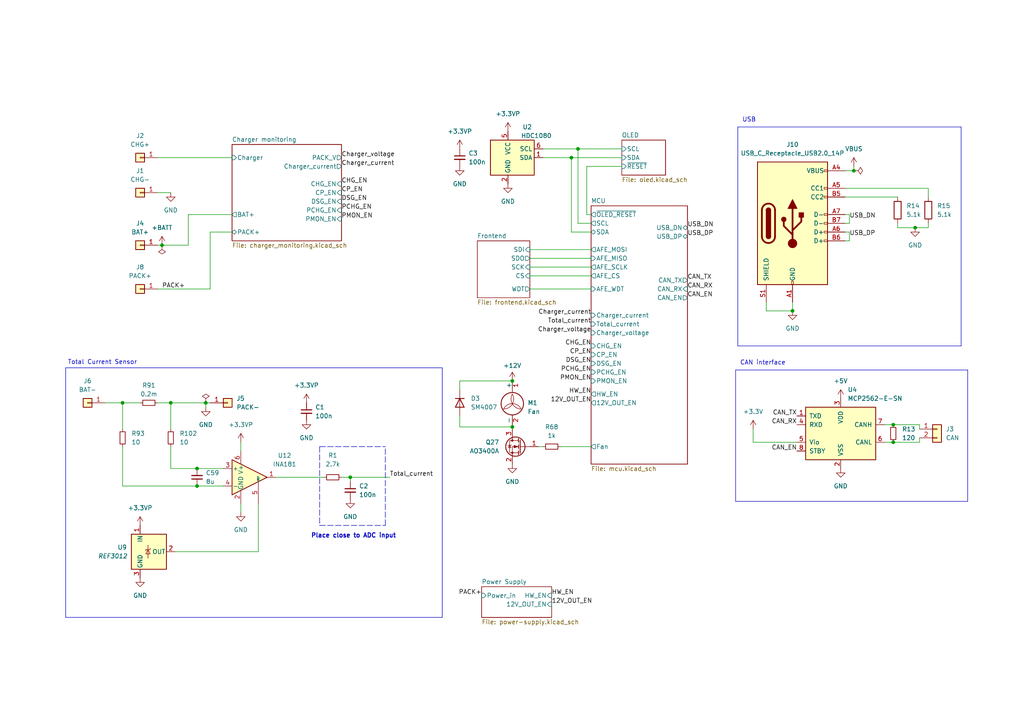
<source format=kicad_sch>
(kicad_sch (version 20231120) (generator "eeschema") (generator_version "8.0")
  (paper "A4")
  (title_block (title "GreenMobi BMS") (date "2024-02-13") (rev "ALPHA") (company "GreenMobi"))
  (lib_symbols
    (symbol "Amplifier_Current:INA181" (pin_names (offset 0.127))
      (property "Reference" "U" (at 3.81 3.81 0))
      (property "Value" "INA181" (at 3.81 -2.54 0))
      (symbol "INA181_0_1"
        (polyline (pts (xy 5.08 0) (xy -5.08 5.08) (xy -5.08 -5.08) (xy 5.08 0)) (stroke (width 0.254)) (fill (type background)))
      )
      (symbol "INA181_1_1"
        (pin output line (at 7.62 0 180) (length 2.54) (name "~") (number "1"))
        (pin power_in line (at -2.54 -7.62 90) (length 3.81) (name "GND") (number "2"))
        (pin input line (at -7.62 2.54 0) (length 2.54) (name "+") (number "3"))
        (pin input line (at -7.62 -2.54 0) (length 2.54) (name "-") (number "4"))
        (pin input line (at 2.54 -7.62 90) (length 6.35) (name "REF") (number "5"))
        (pin power_in line (at -2.54 7.62 270) (length 3.81) (name "V+") (number "6"))
      )
    )
    (symbol "Connector:USB_C_Receptacle_USB2.0_14P" (pin_names (offset 1.016))
      (property "Reference" "J" (at 0 22.225 0))
      (property "Value" "USB_C_Receptacle_USB2.0_14P" (at 0 19.685 0))
      (symbol "USB_C_Receptacle_USB2.0_14P_0_0"
        (rectangle (start -0.254 -17.78) (end 0.254 -16.764))
        (rectangle (start 10.16 -4.826) (end 9.144 -5.334))
        (rectangle (start 10.16 -2.286) (end 9.144 -2.794))
        (rectangle (start 10.16 0.254) (end 9.144 -0.254))
        (rectangle (start 10.16 2.794) (end 9.144 2.286))
        (rectangle (start 10.16 7.874) (end 9.144 7.366))
        (rectangle (start 10.16 10.414) (end 9.144 9.906))
        (rectangle (start 10.16 15.494) (end 9.144 14.986))
      )
      (symbol "USB_C_Receptacle_USB2.0_14P_0_1"
        (rectangle (start -10.16 17.78) (end 10.16 -17.78) (stroke (width 0.254)) (fill (type background)))
        (arc (start -8.89 -3.81) (mid -6.985 -5.7067) (end -5.08 -3.81) (stroke (width 0.508)))
        (arc (start -7.62 -3.81) (mid -6.985 -4.4423) (end -6.35 -3.81) (stroke (width 0.254)))
        (arc (start -7.62 -3.81) (mid -6.985 -4.4423) (end -6.35 -3.81) (stroke (width 0.254)) (fill (type outline)))
        (rectangle (start -7.62 -3.81) (end -6.35 3.81) (stroke (width 0.254)) (fill (type outline)))
        (arc (start -6.35 3.81) (mid -6.985 4.4423) (end -7.62 3.81) (stroke (width 0.254)))
        (arc (start -6.35 3.81) (mid -6.985 4.4423) (end -7.62 3.81) (stroke (width 0.254)) (fill (type outline)))
        (arc (start -5.08 3.81) (mid -6.985 5.7067) (end -8.89 3.81) (stroke (width 0.508)))
        (circle (center -2.54 1.143) (radius 0.635) (stroke (width 0.254)) (fill (type outline)))
        (circle (center 0 -5.842) (radius 1.27) (fill (type outline)))
        (polyline (pts (xy -8.89 -3.81) (xy -8.89 3.81)) (stroke (width 0.508)))
        (polyline (pts (xy -5.08 3.81) (xy -5.08 -3.81)) (stroke (width 0.508)))
        (polyline (pts (xy 0 -5.842) (xy 0 4.318)) (stroke (width 0.508)))
        (polyline (pts (xy 0 -3.302) (xy -2.54 -0.762) (xy -2.54 0.508)) (stroke (width 0.508)))
        (polyline (pts (xy 0 -2.032) (xy 2.54 0.508) (xy 2.54 1.778)) (stroke (width 0.508)))
        (polyline (pts (xy -1.27 4.318) (xy 0 6.858) (xy 1.27 4.318) (xy -1.27 4.318)) (stroke (width 0.254)) (fill (type outline)))
        (rectangle (start 1.905 1.778) (end 3.175 3.048) (stroke (width 0.254)) (fill (type outline)))
      )
      (symbol "USB_C_Receptacle_USB2.0_14P_1_1"
        (pin passive line (at 0 -22.86 90) (length 5.08) (name "GND") (number "A1"))
        (pin passive line (at 0 -22.86 90) (length 5.08) hide (name "GND") (number "A12"))
        (pin passive line (at 15.24 15.24 180) (length 5.08) (name "VBUS") (number "A4"))
        (pin bidirectional line (at 15.24 10.16 180) (length 5.08) (name "CC1") (number "A5"))
        (pin bidirectional line (at 15.24 -2.54 180) (length 5.08) (name "D+") (number "A6"))
        (pin bidirectional line (at 15.24 2.54 180) (length 5.08) (name "D-") (number "A7"))
        (pin passive line (at 15.24 15.24 180) (length 5.08) hide (name "VBUS") (number "A9"))
        (pin passive line (at 0 -22.86 90) (length 5.08) hide (name "GND") (number "B1"))
        (pin passive line (at 0 -22.86 90) (length 5.08) hide (name "GND") (number "B12"))
        (pin passive line (at 15.24 15.24 180) (length 5.08) hide (name "VBUS") (number "B4"))
        (pin bidirectional line (at 15.24 7.62 180) (length 5.08) (name "CC2") (number "B5"))
        (pin bidirectional line (at 15.24 -5.08 180) (length 5.08) (name "D+") (number "B6"))
        (pin bidirectional line (at 15.24 0 180) (length 5.08) (name "D-") (number "B7"))
        (pin passive line (at 15.24 15.24 180) (length 5.08) hide (name "VBUS") (number "B9"))
        (pin passive line (at -7.62 -22.86 90) (length 5.08) (name "SHIELD") (number "S1"))
      )
    )
    (symbol "Connector_Generic:Conn_01x01" (pin_names (offset 1.016) hide)
      (property "Reference" "J" (at 0 2.54 0))
      (property "Value" "Conn_01x01" (at 0 -2.54 0))
      (symbol "Conn_01x01_1_1"
        (rectangle (start -1.27 0.127) (end 0 -0.127) (stroke (width 0.1524)))
        (rectangle (start -1.27 1.27) (end 1.27 -1.27) (stroke (width 0.254)) (fill (type background)))
        (pin passive line (at -5.08 0 0) (length 3.81) (name "Pin_1") (number "1"))
      )
    )
    (symbol "Connector_Generic:Conn_01x02" (pin_names (offset 1.016) hide)
      (property "Reference" "J" (at 0 2.54 0))
      (property "Value" "Conn_01x02" (at 0 -5.08 0))
      (symbol "Conn_01x02_1_1"
        (rectangle (start -1.27 -2.413) (end 0 -2.667) (stroke (width 0.1524)))
        (rectangle (start -1.27 0.127) (end 0 -0.127) (stroke (width 0.1524)))
        (rectangle (start -1.27 1.27) (end 1.27 -3.81) (stroke (width 0.254)) (fill (type background)))
        (pin passive line (at -5.08 0 0) (length 3.81) (name "Pin_1") (number "1"))
        (pin passive line (at -5.08 -2.54 0) (length 3.81) (name "Pin_2") (number "2"))
      )
    )
    (symbol "Device:C_Small" (pin_numbers hide) (pin_names (offset 0.254) hide)
      (property "Reference" "C" (at 0.254 1.778 0))
      (property "Value" "C_Small" (at 0.254 -2.032 0))
      (symbol "C_Small_0_1"
        (polyline (pts (xy -1.524 -0.508) (xy 1.524 -0.508)) (stroke (width 0.3302)))
        (polyline (pts (xy -1.524 0.508) (xy 1.524 0.508)) (stroke (width 0.3048)))
      )
      (symbol "C_Small_1_1"
        (pin passive line (at 0 2.54 270) (length 2.032) (name "~") (number "1"))
        (pin passive line (at 0 -2.54 90) (length 2.032) (name "~") (number "2"))
      )
    )
    (symbol "Device:R" (pin_numbers hide) (pin_names (offset 0))
      (property "Reference" "R" (at 2.032 0 90))
      (property "Value" "R" (at 0 0 90))
      (symbol "R_0_1"
        (rectangle (start -1.016 -2.54) (end 1.016 2.54) (stroke (width 0.254)))
      )
      (symbol "R_1_1"
        (pin passive line (at 0 3.81 270) (length 1.27) (name "~") (number "1"))
        (pin passive line (at 0 -3.81 90) (length 1.27) (name "~") (number "2"))
      )
    )
    (symbol "Device:R_Small" (pin_numbers hide) (pin_names (offset 0.254) hide)
      (property "Reference" "R" (at 0.762 0.508 0))
      (property "Value" "R_Small" (at 0.762 -1.016 0))
      (symbol "R_Small_0_1"
        (rectangle (start -0.762 1.778) (end 0.762 -1.778) (stroke (width 0.2032)))
      )
      (symbol "R_Small_1_1"
        (pin passive line (at 0 2.54 270) (length 0.762) (name "~") (number "1"))
        (pin passive line (at 0 -2.54 90) (length 0.762) (name "~") (number "2"))
      )
    )
    (symbol "Diode:SM4007" (pin_numbers hide) (pin_names hide)
      (property "Reference" "D" (at 0 2.54 0))
      (property "Value" "SM4007" (at 0 -2.54 0))
      (symbol "SM4007_0_1"
        (polyline (pts (xy -1.27 1.27) (xy -1.27 -1.27)) (stroke (width 0.254)))
        (polyline (pts (xy 1.27 0) (xy -1.27 0)))
        (polyline (pts (xy 1.27 1.27) (xy 1.27 -1.27) (xy -1.27 0) (xy 1.27 1.27)) (stroke (width 0.254)))
      )
      (symbol "SM4007_1_1"
        (pin passive line (at -3.81 0 0) (length 2.54) (name "K") (number "1"))
        (pin passive line (at 3.81 0 180) (length 2.54) (name "A") (number "2"))
      )
    )
    (symbol "Interface_CAN_LIN:MCP2562-E-SN" (pin_names (offset 1.016))
      (property "Reference" "U" (at -10.16 8.89 0))
      (property "Value" "MCP2562-E-SN" (at 2.54 8.89 0))
      (symbol "MCP2562-E-SN_0_1"
        (rectangle (start -10.16 7.62) (end 10.16 -7.62) (stroke (width 0.254)) (fill (type background)))
      )
      (symbol "MCP2562-E-SN_1_1"
        (pin input line (at -12.7 5.08 0) (length 2.54) (name "TXD") (number "1"))
        (pin power_in line (at 0 -10.16 90) (length 2.54) (name "VSS") (number "2"))
        (pin power_in line (at 0 10.16 270) (length 2.54) (name "VDD") (number "3"))
        (pin output line (at -12.7 2.54 0) (length 2.54) (name "RXD") (number "4"))
        (pin power_in line (at -12.7 -2.54 0) (length 2.54) (name "Vio") (number "5"))
        (pin bidirectional line (at 12.7 -2.54 180) (length 2.54) (name "CANL") (number "6"))
        (pin bidirectional line (at 12.7 2.54 180) (length 2.54) (name "CANH") (number "7"))
        (pin input line (at -12.7 -5.08 0) (length 2.54) (name "STBY") (number "8"))
      )
    )
    (symbol "Motor:Fan" (pin_names (offset 0))
      (property "Reference" "M" (at 2.54 5.08 0))
      (property "Value" "Fan" (at 2.54 -2.54 0))
      (symbol "Fan_0_1"
        (arc (start -2.54 -0.508) (mid 0.0028 0.9121) (end 0 3.81))
        (polyline (pts (xy 0 -5.08) (xy 0 -4.572)))
        (polyline (pts (xy 0 -2.2352) (xy 0 -2.6416)))
        (polyline (pts (xy 0 4.2672) (xy 0 4.6228)))
        (polyline (pts (xy 0 4.572) (xy 0 5.08)))
        (circle (center 0 1.016) (radius 3.2512) (stroke (width 0.254)))
        (arc (start 0 3.81) (mid 0.053 0.921) (end 2.54 -0.508))
        (arc (start 2.54 -0.508) (mid 0 1.0618) (end -2.54 -0.508))
      )
      (symbol "Fan_1_1"
        (pin passive line (at 0 7.62 270) (length 2.54) (name "+") (number "1"))
        (pin passive line (at 0 -5.08 90) (length 2.54) (name "-") (number "2"))
      )
    )
    (symbol "Reference_Voltage:REF3012" (pin_names (offset 0.254))
      (property "Reference" "U" (at 0 6.35 0))
      (property "Value" "REF3012" (at 2.54 -6.35 0))
      (symbol "REF3012_0_1"
        (rectangle (start -5.08 5.08) (end 5.08 -5.08) (stroke (width 0.254)) (fill (type background)))
        (polyline (pts (xy -0.254 1.905) (xy -0.254 -1.905)))
        (polyline (pts (xy -0.889 -0.635) (xy 0.381 -0.635) (xy -0.254 0.635) (xy -0.889 -0.635)))
        (polyline (pts (xy 0.381 1.016) (xy 0.381 0.635) (xy -0.889 0.635) (xy -0.889 0.254)))
      )
      (symbol "REF3012_1_1"
        (pin power_in line (at -2.54 7.62 270) (length 2.54) (name "IN") (number "1"))
        (pin power_out line (at 7.62 0 180) (length 2.54) (name "OUT") (number "2"))
        (pin power_in line (at -2.54 -7.62 90) (length 2.54) (name "GND") (number "3"))
      )
    )
    (symbol "Sensor_Humidity:HDC1080"
      (property "Reference" "U" (at -6.35 6.35 0))
      (property "Value" "HDC1080" (at 3.81 6.35 0))
      (symbol "HDC1080_0_1"
        (rectangle (start -7.62 5.08) (end 5.08 -5.08) (stroke (width 0.254)) (fill (type background)))
      )
      (symbol "HDC1080_1_1"
        (pin bidirectional line (at 7.62 0 180) (length 2.54) (name "SDA") (number "1"))
        (pin power_in line (at -2.54 -7.62 90) (length 2.54) (name "GND") (number "2"))
        (pin no_connect line (at -7.62 0 0) (length 2.54) hide (name "NC") (number "3"))
        (pin no_connect line (at -7.62 -2.54 0) (length 2.54) hide (name "NC") (number "4"))
        (pin power_in line (at -2.54 7.62 270) (length 2.54) (name "VCC") (number "5"))
        (pin input line (at 7.62 2.54 180) (length 2.54) (name "SCL") (number "6"))
        (pin no_connect line (at -7.62 2.54 0) (length 2.54) hide (name "DAP") (number "7"))
      )
    )
    (symbol "Transistor_FET:AO3400A" (pin_names hide)
      (property "Reference" "Q" (at 5.08 1.905 0))
      (property "Value" "AO3400A" (at 5.08 0 0))
      (symbol "AO3400A_0_1"
        (polyline (pts (xy 0.254 0) (xy -2.54 0)))
        (polyline (pts (xy 0.254 1.905) (xy 0.254 -1.905)) (stroke (width 0.254)))
        (polyline (pts (xy 0.762 -1.27) (xy 0.762 -2.286)) (stroke (width 0.254)))
        (polyline (pts (xy 0.762 0.508) (xy 0.762 -0.508)) (stroke (width 0.254)))
        (polyline (pts (xy 0.762 2.286) (xy 0.762 1.27)) (stroke (width 0.254)))
        (polyline (pts (xy 2.54 2.54) (xy 2.54 1.778)))
        (polyline (pts (xy 2.54 -2.54) (xy 2.54 0) (xy 0.762 0)))
        (polyline (pts (xy 0.762 -1.778) (xy 3.302 -1.778) (xy 3.302 1.778) (xy 0.762 1.778)))
        (polyline (pts (xy 1.016 0) (xy 2.032 0.381) (xy 2.032 -0.381) (xy 1.016 0)) (fill (type outline)))
        (polyline (pts (xy 2.794 0.508) (xy 2.921 0.381) (xy 3.683 0.381) (xy 3.81 0.254)))
        (polyline (pts (xy 3.302 0.381) (xy 2.921 -0.254) (xy 3.683 -0.254) (xy 3.302 0.381)))
        (circle (center 1.651 0) (radius 2.794) (stroke (width 0.254)))
        (circle (center 2.54 -1.778) (radius 0.254) (fill (type outline)))
        (circle (center 2.54 1.778) (radius 0.254) (fill (type outline)))
      )
      (symbol "AO3400A_1_1"
        (pin input line (at -5.08 0 0) (length 2.54) (name "G") (number "1"))
        (pin passive line (at 2.54 -5.08 90) (length 2.54) (name "S") (number "2"))
        (pin passive line (at 2.54 5.08 270) (length 2.54) (name "D") (number "3"))
      )
    )
    (symbol "power:+12V" (power) (pin_names (offset 0))
      (property "Value" "+12V" (at 0 3.556 0))
      (symbol "+12V_0_1"
        (polyline (pts (xy -0.762 1.27) (xy 0 2.54)))
        (polyline (pts (xy 0 0) (xy 0 2.54)))
        (polyline (pts (xy 0 2.54) (xy 0.762 1.27)))
      )
      (symbol "+12V_1_1"
        (pin power_in line (at 0 0 90) (length 0) hide (name "+12V") (number "1"))
      )
    )
    (symbol "power:+3.3V" (power) (pin_names (offset 0))
      (property "Value" "+3.3V" (at 0 3.556 0))
      (symbol "+3.3V_0_1"
        (polyline (pts (xy -0.762 1.27) (xy 0 2.54)))
        (polyline (pts (xy 0 0) (xy 0 2.54)))
        (polyline (pts (xy 0 2.54) (xy 0.762 1.27)))
      )
      (symbol "+3.3V_1_1"
        (pin power_in line (at 0 0 90) (length 0) hide (name "+3.3V") (number "1"))
      )
    )
    (symbol "power:+3.3VP" (power) (pin_names (offset 0))
      (property "Value" "+3.3VP" (at 0 2.54 0))
      (symbol "+3.3VP_0_0"
        (pin power_in line (at 0 0 90) (length 0) hide (name "+3.3VP") (number "1"))
      )
      (symbol "+3.3VP_0_1"
        (polyline (pts (xy -0.762 1.27) (xy 0 2.54)))
        (polyline (pts (xy 0 0) (xy 0 2.54)))
        (polyline (pts (xy 0 2.54) (xy 0.762 1.27)))
      )
    )
    (symbol "power:+5V" (power) (pin_names (offset 0))
      (property "Value" "+5V" (at 0 3.556 0))
      (symbol "+5V_0_1"
        (polyline (pts (xy -0.762 1.27) (xy 0 2.54)))
        (polyline (pts (xy 0 0) (xy 0 2.54)))
        (polyline (pts (xy 0 2.54) (xy 0.762 1.27)))
      )
      (symbol "+5V_1_1"
        (pin power_in line (at 0 0 90) (length 0) hide (name "+5V") (number "1"))
      )
    )
    (symbol "power:+BATT" (power) (pin_names (offset 0))
      (property "Value" "+BATT" (at 0 3.556 0))
      (symbol "+BATT_0_1"
        (polyline (pts (xy -0.762 1.27) (xy 0 2.54)))
        (polyline (pts (xy 0 0) (xy 0 2.54)))
        (polyline (pts (xy 0 2.54) (xy 0.762 1.27)))
      )
      (symbol "+BATT_1_1"
        (pin power_in line (at 0 0 90) (length 0) hide (name "+BATT") (number "1"))
      )
    )
    (symbol "power:GND" (power) (pin_names (offset 0))
      (property "Value" "GND" (at 0 -3.81 0))
      (symbol "GND_0_1"
        (polyline (pts (xy 0 0) (xy 0 -1.27) (xy 1.27 -1.27) (xy 0 -2.54) (xy -1.27 -1.27) (xy 0 -1.27)))
      )
      (symbol "GND_1_1"
        (pin power_in line (at 0 0 270) (length 0) hide (name "GND") (number "1"))
      )
    )
    (symbol "power:PWR_FLAG" (power) (pin_numbers hide) (pin_names (offset 0) hide)
      (property "Value" "PWR_FLAG" (at 0 3.81 0))
      (symbol "PWR_FLAG_0_0"
        (pin power_out line (at 0 0 90) (length 0) (name "pwr") (number "1"))
      )
      (symbol "PWR_FLAG_0_1"
        (polyline (pts (xy 0 0) (xy 0 1.27) (xy -1.016 1.905) (xy 0 2.54) (xy 1.016 1.905) (xy 0 1.27)))
      )
    )
    (symbol "power:VBUS" (power) (pin_names (offset 0))
      (property "Value" "VBUS" (at 0 3.81 0))
      (symbol "VBUS_0_1"
        (polyline (pts (xy -0.762 1.27) (xy 0 2.54)))
        (polyline (pts (xy 0 0) (xy 0 2.54)))
        (polyline (pts (xy 0 2.54) (xy 0.762 1.27)))
      )
      (symbol "VBUS_1_1"
        (pin power_in line (at 0 0 90) (length 0) hide (name "VBUS") (number "1"))
      )
    )
  )
  (junction (at 265.43 66.04))
  (junction (at 57.15 140.97))
  (junction (at 101.6 138.43))
  (junction (at 49.53 116.84))
  (junction (at 59.69 116.84))
  (junction (at 229.87 90.17))
  (junction (at 148.59 110.49))
  (junction (at 148.59 123.825))
  (junction (at 46.99 71.12))
  (junction (at 35.56 116.84))
  (junction (at 57.15 135.89))
  (junction (at 165.735 45.72))
  (junction (at 259.08 123.19))
  (junction (at 247.65 49.53))
  (junction (at 167.64 43.18))
  (junction (at 259.08 128.27))
  (wire (pts (xy 35.56 116.84) (xy 35.56 124.46)))
  (wire (pts (xy 67.31 62.23) (xy 54.61 62.23)))
  (wire (pts (xy 162.56 129.54) (xy 171.45 129.54)))
  (wire (pts (xy 57.15 135.89) (xy 64.77 135.89)))
  (wire (pts (xy 259.08 128.27) (xy 266.7 128.27)))
  (polyline (pts (xy 19.05 106.68) (xy 19.05 179.07)))
  (wire (pts (xy 229.87 90.17) (xy 222.25 90.17)))
  (wire (pts (xy 133.35 110.49) (xy 148.59 110.49)))
  (wire (pts (xy 180.34 48.26) (xy 170.18 48.26)))
  (wire (pts (xy 165.735 45.72) (xy 165.735 67.31)))
  (wire (pts (xy 165.735 45.72) (xy 180.34 45.72)))
  (wire (pts (xy 101.6 138.43) (xy 101.6 139.7)))
  (wire (pts (xy 49.53 129.54) (xy 49.53 135.89)))
  (wire (pts (xy 247.65 49.53) (xy 245.11 49.53)))
  (wire (pts (xy 157.48 43.18) (xy 167.64 43.18)))
  (wire (pts (xy 50.8 160.02) (xy 74.93 160.02)))
  (wire (pts (xy 133.35 113.03) (xy 133.35 110.49)))
  (wire (pts (xy 157.48 45.72) (xy 165.735 45.72)))
  (wire (pts (xy 256.54 128.27) (xy 259.08 128.27)))
  (wire (pts (xy 266.7 128.27) (xy 266.7 127)))
  (wire (pts (xy 148.59 123.19) (xy 148.59 123.825)))
  (wire (pts (xy 59.69 118.11) (xy 59.69 116.84)))
  (wire (pts (xy 49.53 116.84) (xy 59.69 116.84)))
  (wire (pts (xy 45.72 116.84) (xy 49.53 116.84)))
  (wire (pts (xy 170.18 62.23) (xy 171.45 62.23)))
  (wire (pts (xy 153.67 72.39) (xy 171.45 72.39)))
  (wire (pts (xy 260.35 64.77) (xy 260.35 66.04)))
  (polyline (pts (xy 92.71 129.54) (xy 92.71 152.4)) (stroke (width 0) (type dash)))
  (wire (pts (xy 60.96 83.82) (xy 45.72 83.82)))
  (wire (pts (xy 46.99 71.12) (xy 45.72 71.12)))
  (wire (pts (xy 246.38 64.77) (xy 245.11 64.77)))
  (wire (pts (xy 246.38 67.31) (xy 245.11 67.31)))
  (wire (pts (xy 153.67 74.93) (xy 171.45 74.93)))
  (wire (pts (xy 245.11 62.23) (xy 246.38 62.23)))
  (wire (pts (xy 245.11 54.61) (xy 269.24 54.61)))
  (polyline (pts (xy 213.36 107.315) (xy 280.67 107.315)))
  (wire (pts (xy 246.38 67.31) (xy 246.38 69.85)))
  (polyline (pts (xy 92.71 129.54) (xy 111.76 129.54)) (stroke (width 0) (type dash)))
  (wire (pts (xy 99.06 138.43) (xy 101.6 138.43)))
  (wire (pts (xy 260.35 66.04) (xy 265.43 66.04)))
  (wire (pts (xy 231.14 128.27) (xy 218.44 128.27)))
  (polyline (pts (xy 128.27 106.68) (xy 19.05 106.68)))
  (polyline (pts (xy 213.36 107.315) (xy 213.36 145.415)))
  (wire (pts (xy 80.01 138.43) (xy 93.98 138.43)))
  (wire (pts (xy 69.85 128.27) (xy 69.85 130.81)))
  (wire (pts (xy 157.48 129.54) (xy 156.21 129.54)))
  (polyline (pts (xy 278.765 100.33) (xy 213.995 100.33)))
  (wire (pts (xy 35.56 116.84) (xy 40.64 116.84)))
  (polyline (pts (xy 92.71 152.4) (xy 111.76 152.4)) (stroke (width 0) (type dash)))
  (wire (pts (xy 165.735 67.31) (xy 171.45 67.31)))
  (polyline (pts (xy 280.67 145.415) (xy 280.67 107.315)))
  (polyline (pts (xy 213.36 145.415) (xy 280.67 145.415)))
  (wire (pts (xy 67.31 67.31) (xy 60.96 67.31)))
  (wire (pts (xy 46.99 71.12) (xy 54.61 71.12)))
  (wire (pts (xy 74.93 160.02) (xy 74.93 146.05)))
  (wire (pts (xy 35.56 129.54) (xy 35.56 140.97)))
  (wire (pts (xy 229.87 87.63) (xy 229.87 90.17)))
  (wire (pts (xy 259.08 123.19) (xy 266.7 123.19)))
  (wire (pts (xy 269.24 66.04) (xy 265.43 66.04)))
  (wire (pts (xy 266.7 123.19) (xy 266.7 124.46)))
  (polyline (pts (xy 128.27 179.07) (xy 128.27 106.68)))
  (wire (pts (xy 153.67 83.82) (xy 171.45 83.82)))
  (wire (pts (xy 269.24 64.77) (xy 269.24 66.04)))
  (wire (pts (xy 256.54 123.19) (xy 259.08 123.19)))
  (wire (pts (xy 45.72 55.88) (xy 49.53 55.88)))
  (wire (pts (xy 246.38 69.85) (xy 245.11 69.85)))
  (wire (pts (xy 167.64 43.18) (xy 180.34 43.18)))
  (wire (pts (xy 246.38 62.23) (xy 246.38 64.77)))
  (polyline (pts (xy 213.995 36.83) (xy 278.765 36.83)))
  (wire (pts (xy 153.67 80.01) (xy 171.45 80.01)))
  (wire (pts (xy 133.35 123.825) (xy 133.35 120.65)))
  (wire (pts (xy 218.44 128.27) (xy 218.44 124.46)))
  (wire (pts (xy 101.6 138.43) (xy 113.03 138.43)))
  (wire (pts (xy 153.67 77.47) (xy 171.45 77.47)))
  (wire (pts (xy 222.25 90.17) (xy 222.25 87.63)))
  (wire (pts (xy 148.59 123.825) (xy 148.59 124.46)))
  (wire (pts (xy 59.69 116.84) (xy 60.96 116.84)))
  (polyline (pts (xy 111.76 152.4) (xy 111.76 129.54)) (stroke (width 0) (type dash)))
  (polyline (pts (xy 278.765 36.83) (xy 278.765 100.33)))
  (polyline (pts (xy 213.995 100.33) (xy 213.995 36.83)))
  (wire (pts (xy 49.53 116.84) (xy 49.53 124.46)))
  (wire (pts (xy 69.85 146.05) (xy 69.85 148.59)))
  (wire (pts (xy 57.15 140.97) (xy 64.77 140.97)))
  (wire (pts (xy 60.96 67.31) (xy 60.96 83.82)))
  (wire (pts (xy 170.18 48.26) (xy 170.18 62.23)))
  (wire (pts (xy 49.53 135.89) (xy 57.15 135.89)))
  (polyline (pts (xy 19.05 179.07) (xy 128.27 179.07)))
  (wire (pts (xy 54.61 62.23) (xy 54.61 71.12)))
  (wire (pts (xy 245.11 57.15) (xy 260.35 57.15)))
  (wire (pts (xy 45.72 45.72) (xy 67.31 45.72)))
  (wire (pts (xy 148.59 123.825) (xy 133.35 123.825)))
  (wire (pts (xy 167.64 64.77) (xy 171.45 64.77)))
  (wire (pts (xy 35.56 140.97) (xy 57.15 140.97)))
  (wire (pts (xy 247.65 48.26) (xy 247.65 49.53)))
  (wire (pts (xy 30.48 116.84) (xy 35.56 116.84)))
  (wire (pts (xy 167.64 64.77) (xy 167.64 43.18)))
  (wire (pts (xy 269.24 57.15) (xy 269.24 54.61)))
  (text "USB" (at 215.265 35.56 0) (effects (font (size 1.27 1.27)) (justify left bottom)))
  (text "Place close to ADC input" (at 90.17 156.21 0) (effects (font (size 1.27 1.27) (bold yes)) (justify left bottom)))
  (text "Total Current Sensor" (at 29.718 105.156 0) (effects (font (size 1.27 1.27))))
  (text "CAN interface" (at 214.63 106.045 0) (effects (font (size 1.27 1.27)) (justify left bottom)))
  (label "CHG_EN" (at 171.45 100.33 180))
  (label "CHG_EN" (at 99.06 53.34 0))
  (label "HW_EN" (at 160.02 172.72 0))
  (label "USB_DP" (at 246.38 68.58 0))
  (label "Charger_voltage" (at 171.45 96.52 180))
  (label "PACK+" (at 139.7 172.72 180))
  (label "Charger_current" (at 99.06 48.26 0))
  (label "CP_EN" (at 171.45 102.87 180))
  (label "USB_DP" (at 199.39 68.58 0))
  (label "CAN_TX" (at 199.39 81.28 0))
  (label "USB_DN" (at 199.39 66.04 0))
  (label "CAN_TX" (at 231.14 120.65 180))
  (label "CAN_EN" (at 199.39 86.36 0))
  (label "PCHG_EN" (at 171.45 107.95 180))
  (label "CAN_EN" (at 231.14 130.81 180))
  (label "HW_EN" (at 171.45 114.3 180))
  (label "Charger_voltage" (at 99.06 45.72 0))
  (label "CP_EN" (at 99.06 55.88 0))
  (label "DSG_EN" (at 99.06 58.42 0))
  (label "PMON_EN" (at 171.45 110.49 180))
  (label "Total_current" (at 171.45 93.98 180))
  (label "Charger_current" (at 171.45 91.44 180))
  (label "12V_OUT_EN" (at 160.02 175.26 0))
  (label "USB_DN" (at 246.38 63.5 0))
  (label "DSG_EN" (at 171.45 105.41 180))
  (label "PCHG_EN" (at 99.06 60.96 0))
  (label "Total_current" (at 113.03 138.43 0))
  (label "PMON_EN" (at 99.06 63.5 0))
  (label "12V_OUT_EN" (at 171.45 116.84 180))
  (label "CAN_RX" (at 231.14 123.19 180))
  (label "PACK+" (at 46.99 83.82 0))
  (label "CAN_RX" (at 199.39 83.82 0))
  (symbol (lib_id "power:+3.3VP") (at 40.64 152.4 0) (unit 1)
    (property "Reference" "#PWR094" (effects (hide yes)))
    (property "Value" "+3.3VP" (at 40.64 147.32 0))
  )
  (symbol (lib_id "Sensor_Humidity:HDC1080") (at 149.86 45.72 0) (unit 1)
    (property "Reference" "U2" (at 154.305 36.83 0) (effects (justify right)))
    (property "Value" "HDC1080" (at 160.02 39.37 0) (effects (justify right)))
    (property "Footprint" "Package_SON:Texas_PWSON-N6" (effects (hide yes)))
    (property "Datasheet" "http://www.ti.com/lit/ds/symlink/hdc1080.pdf" (effects (hide yes)))
  )
  (symbol (lib_id "Connector_Generic:Conn_01x01") (at 40.64 45.72 180) (unit 1)
    (property "Reference" "J2" (at 40.64 39.37 0))
    (property "Value" "CHG+" (at 40.64 41.91 0))
    (property "Footprint" "TestPoint:TestPoint_Pad_4.0x4.0mm" (effects (hide yes)))
  )
  (symbol (lib_id "power:GND") (at 265.43 66.04 0) (unit 1)
    (property "Reference" "#PWR042" (effects (hide yes)))
    (property "Value" "GND" (at 265.43 71.12 0))
  )
  (symbol (lib_id "Reference_Voltage:REF3012") (at 43.18 160.02 0) (unit 1)
    (property "Reference" "U9" (at 36.83 158.7499 0) (effects (justify right)))
    (property "Value" "REF3012" (at 36.83 161.2899 0) (effects (font (italic yes)) (justify right)))
    (property "Footprint" "Package_TO_SOT_SMD:SOT-23" (effects (hide yes)))
    (property "Datasheet" "http://www.ti.com/lit/ds/symlink/ref3033.pdf" (effects (hide yes)))
    (property "Description" "1.25V 50-ppm/°C Max, 50-μA, CMOS Voltage Reference, SOT-23-3" (effects (hide yes)))
    (property "LCSC" "C34674" (effects (hide yes)))
  )
  (symbol (lib_id "Device:R_Small") (at 96.52 138.43 90) (unit 1)
    (property "Reference" "R1" (at 96.52 132.08 90))
    (property "Value" "2.7k" (at 96.52 134.62 90))
    (property "Footprint" "Resistor_SMD:R_0402_1005Metric" (effects (hide yes)))
  )
  (symbol (lib_id "power:+3.3VP") (at 147.32 38.1 0) (unit 1)
    (property "Reference" "#PWR013" (effects (hide yes)))
    (property "Value" "+3.3VP" (at 147.32 33.02 0))
  )
  (symbol (lib_id "Motor:Fan") (at 148.59 118.11 0) (unit 1)
    (property "Reference" "M1" (at 153.035 116.84 0) (effects (justify left)))
    (property "Value" "Fan" (at 153.035 119.38 0) (effects (justify left)))
    (property "Footprint" "Connector_JST:JST_PH_B2B-PH-SM4-TB_1x02-1MP_P2.00mm_Vertical" (effects (hide yes)))
  )
  (symbol (lib_id "power:PWR_FLAG") (at 247.65 49.53 270) (unit 1)
    (property "Reference" "#FLG03" (effects (hide yes)))
    (property "Value" "PWR_FLAG" (effects (hide yes)))
  )
  (symbol (lib_id "power:PWR_FLAG") (at 59.69 116.84 0) (unit 1)
    (property "Reference" "#FLG02" (effects (hide yes)))
    (property "Value" "PWR_FLAG" (effects (hide yes)))
  )
  (symbol (lib_id "Connector:USB_C_Receptacle_USB2.0_14P") (at 229.87 64.77 0) (unit 1)
    (property "Reference" "J10" (at 229.87 41.91 0))
    (property "Value" "USB_C_Receptacle_USB2.0_14P" (at 229.87 44.45 0))
    (property "Footprint" "Connector_USB:USB_C_Receptacle_Palconn_UTC16-G" (effects (hide yes)))
    (property "Datasheet" "https://www.usb.org/sites/default/files/documents/usb_type-c.zip" (effects (hide yes)))
  )
  (symbol (lib_id "Device:R") (at 260.35 60.96 0) (unit 1)
    (property "Reference" "R14" (at 262.89 59.6899 0) (effects (justify left)))
    (property "Value" "5.1k" (at 262.89 62.2299 0) (effects (justify left)))
    (property "Footprint" "Resistor_SMD:R_0603_1608Metric" (effects (hide yes)))
  )
  (symbol (lib_id "power:GND") (at 40.64 167.64 0) (unit 1)
    (property "Reference" "#PWR070" (effects (hide yes)))
    (property "Value" "GND" (at 40.64 172.72 0))
  )
  (symbol (lib_id "Connector_Generic:Conn_01x02") (at 271.78 124.46 0) (unit 1)
    (property "Reference" "J3" (at 274.32 124.4599 0) (effects (justify left)))
    (property "Value" "CAN" (at 274.32 126.9999 0) (effects (justify left)))
    (property "Footprint" "Connector_Phoenix_MC:PhoenixContact_MCV_1,5_2-G-3.5_1x02_P3.50mm_Vertical" (effects (hide yes)))
    (property "Description" "Generic connector, single row, 01x02, script generated (kicad-library-utils/schlib/autogen/connector/)" (effects (hide yes)))
  )
  (symbol (lib_id "Connector_Generic:Conn_01x01") (at 40.64 55.88 180) (unit 1)
    (property "Reference" "J1" (at 40.64 49.53 0))
    (property "Value" "CHG-" (at 40.64 52.07 0))
    (property "Footprint" "TestPoint:TestPoint_Pad_4.0x4.0mm" (effects (hide yes)))
  )
  (symbol (lib_id "power:+3.3VP") (at 69.85 128.27 0) (unit 1)
    (property "Reference" "#PWR07" (effects (hide yes)))
    (property "Value" "+3.3VP" (at 69.85 123.19 0))
  )
  (symbol (lib_id "power:GND") (at 133.35 48.26 0) (mirror y) (unit 1)
    (property "Reference" "#PWR011" (effects (hide yes)))
    (property "Value" "GND" (at 133.35 53.34 0))
  )
  (symbol (lib_id "Device:C_Small") (at 88.9 119.38 0) (unit 1)
    (property "Reference" "C1" (at 91.44 118.1162 0) (effects (justify left)))
    (property "Value" "100n" (at 91.44 120.6562 0) (effects (justify left)))
    (property "Footprint" "Capacitor_SMD:C_0402_1005Metric" (effects (hide yes)))
  )
  (symbol (lib_id "power:GND") (at 49.53 55.88 0) (unit 1)
    (property "Reference" "#PWR02" (effects (hide yes)))
    (property "Value" "GND" (at 49.53 60.96 0))
  )
  (symbol (lib_id "Device:R_Small") (at 259.08 125.73 0) (unit 1)
    (property "Reference" "R13" (at 261.62 124.4599 0) (effects (justify left)))
    (property "Value" "120" (at 261.62 126.9999 0) (effects (justify left)))
    (property "Footprint" "Resistor_SMD:R_0603_1608Metric" (effects (hide yes)))
  )
  (symbol (lib_id "power:+3.3VP") (at 88.9 116.84 0) (unit 1)
    (property "Reference" "#PWR05" (effects (hide yes)))
    (property "Value" "+3.3VP" (at 88.9 111.76 0))
  )
  (symbol (lib_id "power:GND") (at 147.32 53.34 0) (mirror y) (unit 1)
    (property "Reference" "#PWR014" (effects (hide yes)))
    (property "Value" "GND" (at 147.32 58.42 0))
  )
  (symbol (lib_id "Device:R_Small") (at 49.53 127 0) (unit 1)
    (property "Reference" "R102" (at 52.07 125.7299 0) (effects (justify left)))
    (property "Value" "10" (at 52.07 128.2699 0) (effects (justify left)))
    (property "Description" "Resistor, small symbol" (effects (hide yes)))
  )
  (symbol (lib_id "Device:R_Small") (at 43.18 116.84 90) (unit 1)
    (property "Reference" "R91" (at 43.18 111.76 90))
    (property "Value" "0.2m" (at 43.18 114.3 90))
    (property "Description" "Resistor, small symbol" (effects (hide yes)))
    (property "LCSC" "C558625" (effects (hide yes)))
  )
  (symbol (lib_id "power:+BATT") (at 46.99 71.12 0) (unit 1)
    (property "Reference" "#PWR01" (effects (hide yes)))
    (property "Value" "+BATT" (at 46.99 66.04 0))
  )
  (symbol (lib_id "power:+12V") (at 148.59 110.49 0) (unit 1)
    (property "Reference" "#PWR091" (effects (hide yes)))
    (property "Value" "+12V" (at 148.59 106.045 0))
  )
  (symbol (lib_id "Device:R_Small") (at 35.56 127 0) (unit 1)
    (property "Reference" "R93" (at 38.1 125.7299 0) (effects (justify left)))
    (property "Value" "10" (at 38.1 128.2699 0) (effects (justify left)))
    (property "Description" "Resistor, small symbol" (effects (hide yes)))
  )
  (symbol (lib_id "Device:R_Small") (at 160.02 129.54 90) (unit 1)
    (property "Reference" "R68" (at 160.02 123.825 90))
    (property "Value" "1k" (at 160.02 126.365 90))
  )
  (symbol (lib_id "power:GND") (at 69.85 148.59 0) (unit 1)
    (property "Reference" "#PWR08" (effects (hide yes)))
    (property "Value" "GND" (at 69.85 153.67 0))
  )
  (symbol (lib_id "power:+5V") (at 243.84 115.57 0) (unit 1)
    (property "Reference" "#PWR039" (effects (hide yes)))
    (property "Value" "+5V" (at 243.84 110.49 0))
  )
  (symbol (lib_id "Amplifier_Current:INA181") (at 72.39 138.43 0) (unit 1)
    (property "Reference" "U12" (at 82.55 132.1114 0))
    (property "Value" "INA181" (at 82.55 134.6514 0))
    (property "Footprint" "Package_TO_SOT_SMD:SOT-23-6" (effects (hide yes)))
    (property "Datasheet" "http://www.ti.com/lit/ds/symlink/ina181.pdf" (effects (hide yes)))
    (property "Description" "Bidirectional, Low- and High-Side Voltage Output, Current-Sense Amplifier, SOT-23-6" (effects (hide yes)))
    (property "LCSC" "C2058784" (effects (hide yes)))
  )
  (symbol (lib_id "Diode:SM4007") (at 133.35 116.84 270) (unit 1)
    (property "Reference" "D3" (at 136.525 115.57 90) (effects (justify left)))
    (property "Value" "SM4007" (at 136.525 118.11 90) (effects (justify left)))
    (property "Footprint" "Diode_SMD:D_MELF" (effects (hide yes)))
    (property "Datasheet" "http://cdn-reichelt.de/documents/datenblatt/A400/SMD1N400%23DIO.pdf" (effects (hide yes)))
    (property "Sim.Device" "D" (effects (hide yes)))
    (property "Sim.Pins" "1=K 2=A" (effects (hide yes)))
  )
  (symbol (lib_id "Connector_Generic:Conn_01x01") (at 40.64 83.82 180) (unit 1)
    (property "Reference" "J8" (at 40.64 77.47 0))
    (property "Value" "PACK+" (at 40.64 80.01 0))
    (property "Footprint" "TestPoint:TestPoint_Pad_4.0x4.0mm" (effects (hide yes)))
  )
  (symbol (lib_id "Device:C_Small") (at 57.15 138.43 180) (unit 1)
    (property "Reference" "C59" (at 59.69 137.1535 0) (effects (justify right)))
    (property "Value" "8u" (at 59.69 139.6935 0) (effects (justify right)))
    (property "Description" "Unpolarized capacitor, small symbol" (effects (hide yes)))
  )
  (symbol (lib_id "power:GND") (at 148.59 134.62 0) (unit 1)
    (property "Reference" "#PWR090" (effects (hide yes)))
    (property "Value" "GND" (at 148.59 139.7 0))
  )
  (symbol (lib_id "power:GND") (at 59.69 118.11 0) (unit 1)
    (property "Reference" "#PWR04" (effects (hide yes)))
    (property "Value" "GND" (at 59.69 123.19 0))
  )
  (symbol (lib_id "power:+3.3VP") (at 133.35 43.18 0) (unit 1)
    (property "Reference" "#PWR010" (effects (hide yes)))
    (property "Value" "+3.3VP" (at 133.35 38.1 0))
  )
  (symbol (lib_id "Device:R") (at 269.24 60.96 0) (unit 1)
    (property "Reference" "R15" (at 271.78 59.6899 0) (effects (justify left)))
    (property "Value" "5.1k" (at 271.78 62.2299 0) (effects (justify left)))
    (property "Footprint" "Resistor_SMD:R_0603_1608Metric" (effects (hide yes)))
  )
  (symbol (lib_id "Device:C_Small") (at 133.35 45.72 0) (unit 1)
    (property "Reference" "C3" (at 135.89 44.4563 0) (effects (justify left)))
    (property "Value" "100n" (at 135.89 46.9963 0) (effects (justify left)))
    (property "Footprint" "Capacitor_SMD:C_0402_1005Metric" (effects (hide yes)))
  )
  (symbol (lib_id "Interface_CAN_LIN:MCP2562-E-SN") (at 243.84 125.73 0) (unit 1)
    (property "Reference" "U4" (at 245.8594 113.03 0) (effects (justify left)))
    (property "Value" "MCP2562-E-SN" (at 245.8594 115.57 0) (effects (justify left)))
    (property "Footprint" "Package_SO:SOIC-8_3.9x4.9mm_P1.27mm" (effects (hide yes)))
    (property "Datasheet" "http://ww1.microchip.com/downloads/en/DeviceDoc/25167A.pdf" (effects (hide yes)))
  )
  (symbol (lib_id "power:+3.3V") (at 218.44 124.46 0) (unit 1)
    (property "Reference" "#PWR037" (effects (hide yes)))
    (property "Value" "+3.3V" (at 218.44 119.38 0))
  )
  (symbol (lib_id "Transistor_FET:AO3400A") (at 151.13 129.54 0) (mirror y) (unit 1)
    (property "Reference" "Q27" (at 144.78 128.2699 0) (effects (justify left)))
    (property "Value" "AO3400A" (at 144.78 130.8099 0) (effects (justify left)))
    (property "Footprint" "Package_TO_SOT_SMD:SOT-23" (effects (hide yes)))
    (property "Datasheet" "http://www.aosmd.com/pdfs/datasheet/AO3400A.pdf" (effects (hide yes)))
    (property "Description" "30V Vds, 5.7A Id, N-Channel MOSFET, SOT-23" (effects (hide yes)))
  )
  (symbol (lib_id "Connector_Generic:Conn_01x01") (at 40.64 71.12 180) (unit 1)
    (property "Reference" "J4" (at 40.64 64.77 0))
    (property "Value" "BAT+" (at 40.64 67.31 0))
    (property "Footprint" "TestPoint:TestPoint_Pad_4.0x4.0mm" (effects (hide yes)))
  )
  (symbol (lib_id "Connector_Generic:Conn_01x01") (at 66.04 116.84 0) (unit 1)
    (property "Reference" "J5" (at 68.58 115.5699 0) (effects (justify left)))
    (property "Value" "PACK-" (at 68.58 118.1099 0) (effects (justify left)))
    (property "Footprint" "TestPoint:TestPoint_Pad_4.0x4.0mm" (effects (hide yes)))
  )
  (symbol (lib_id "power:PWR_FLAG") (at 46.99 71.12 180) (unit 1)
    (property "Reference" "#FLG01" (effects (hide yes)))
    (property "Value" "PWR_FLAG" (effects (hide yes)))
  )
  (symbol (lib_id "power:GND") (at 88.9 121.92 0) (unit 1)
    (property "Reference" "#PWR06" (effects (hide yes)))
    (property "Value" "GND" (at 88.9 127 0))
  )
  (symbol (lib_id "power:VBUS") (at 247.65 48.26 0) (unit 1)
    (property "Reference" "#PWR041" (effects (hide yes)))
    (property "Value" "VBUS" (at 247.65 43.18 0))
  )
  (symbol (lib_id "power:GND") (at 243.84 135.89 0) (unit 1)
    (property "Reference" "#PWR040" (effects (hide yes)))
    (property "Value" "GND" (at 243.84 140.97 0))
  )
  (symbol (lib_id "Connector_Generic:Conn_01x01") (at 25.4 116.84 180) (unit 1)
    (property "Reference" "J6" (at 25.4 110.49 0))
    (property "Value" "BAT-" (at 25.4 113.03 0))
    (property "Footprint" "TestPoint:TestPoint_Pad_4.0x4.0mm" (effects (hide yes)))
  )
  (symbol (lib_id "power:GND") (at 101.6 144.78 0) (unit 1)
    (property "Reference" "#PWR09" (effects (hide yes)))
    (property "Value" "GND" (at 101.6 149.86 0))
  )
  (symbol (lib_id "Device:C_Small") (at 101.6 142.24 0) (unit 1)
    (property "Reference" "C2" (at 104.14 140.9762 0) (effects (justify left)))
    (property "Value" "100n" (at 104.14 143.5162 0) (effects (justify left)))
    (property "Footprint" "Capacitor_SMD:C_0402_1005Metric" (effects (hide yes)))
  )
  (symbol (lib_id "power:GND") (at 229.87 90.17 0) (unit 1)
    (property "Reference" "#PWR038" (effects (hide yes)))
    (property "Value" "GND" (at 229.87 95.25 0))
  )
  (sheet (at 138.43 69.85) (size 15.24 16.51) (stroke (width 0.1524))
    (property "Sheetname" "Frontend" (at 138.43 69.1384 0) (effects (justify left bottom)))
    (property "Sheetfile" "frontend.kicad_sch" (at 138.43 86.9446 0) (effects (justify left top)))
    (pin "WDT" output (at 153.67 83.82 0))
    (pin "SCK" input (at 153.67 77.47 0))
    (pin "CS" input (at 153.67 80.01 0))
    (pin "SDI" input (at 153.67 72.39 0))
    (pin "SDO" output (at 153.67 74.93 0))
  )
  (sheet (at 171.45 59.69) (size 27.94 74.93) (stroke (width 0.1524))
    (property "Sheetname" "MCU" (at 171.45 58.9784 0) (effects (justify left bottom)))
    (property "Sheetfile" "mcu.kicad_sch" (at 171.45 135.2046 0) (effects (justify left top)))
    (pin "CAN_RX" input (at 199.39 83.82 0))
    (pin "CAN_TX" output (at 199.39 81.28 0))
    (pin "CAN_EN" output (at 199.39 86.36 0))
    (pin "USB_DN" bidirectional (at 199.39 66.04 0))
    (pin "USB_DP" bidirectional (at 199.39 68.58 0))
    (pin "SCL" output (at 171.45 64.77 180))
    (pin "SDA" bidirectional (at 171.45 67.31 180))
    (pin "AFE_MISO" input (at 171.45 74.93 180))
    (pin "AFE_MOSI" output (at 171.45 72.39 180))
    (pin "AFE_SCLK" output (at 171.45 77.47 180))
    (pin "AFE_CS" output (at 171.45 80.01 180))
    (pin "AFE_WDT" input (at 171.45 83.82 180))
    (pin "Total_current" input (at 171.45 93.98 180))
    (pin "CHG_EN" input (at 171.45 100.33 180))
    (pin "DSG_EN" input (at 171.45 105.41 180))
    (pin "CP_EN" input (at 171.45 102.87 180))
    (pin "PCHG_EN" input (at 171.45 107.95 180))
    (pin "PMON_EN" input (at 171.45 110.49 180))
    (pin "Charger_current" input (at 171.45 91.44 180))
    (pin "Charger_voltage" input (at 171.45 96.52 180))
    (pin "Fan" output (at 171.45 129.54 180))
    (pin "HW_EN" output (at 171.45 114.3 180))
    (pin "~{OLED_RESET}" output (at 171.45 62.23 180))
    (pin "12V_OUT_EN" output (at 171.45 116.84 180))
  )
  (sheet (at 139.7 170.18) (size 20.32 8.89) (stroke (width 0.1524))
    (property "Sheetname" "Power Supply" (at 139.7 169.4684 0) (effects (justify left bottom)))
    (property "Sheetfile" "power-supply.kicad_sch" (at 139.7 179.6546 0) (effects (justify left top)))
    (pin "Power_in" input (at 139.7 172.72 180))
    (pin "HW_EN" input (at 160.02 172.72 0))
    (pin "12V_OUT_EN" input (at 160.02 175.26 0))
  )
  (sheet (at 180.34 40.64) (size 12.7 10.16) (stroke (width 0.1524))
    (property "Sheetname" "OLED" (at 180.34 39.9284 0) (effects (justify left bottom)))
    (property "Sheetfile" "oled.kicad_sch" (at 180.34 51.3846 0) (effects (justify left top)))
    (pin "SDA" input (at 180.34 45.72 180))
    (pin "SCL" input (at 180.34 43.18 180))
    (pin "~{RESET}" input (at 180.34 48.26 180))
  )
  (sheet (at 67.31 41.91) (size 31.75 27.94) (stroke (width 0.1524))
    (property "Sheetname" "Charger monitoring" (at 67.31 41.1984 0) (effects (justify left bottom)))
    (property "Sheetfile" "charger_monitoring.kicad_sch" (at 67.31 70.4346 0) (effects (justify left top)))
    (pin "Charger_current" output (at 99.06 48.26 0))
    (pin "PACK_V" output (at 99.06 45.72 0))
    (pin "CP_EN" input (at 99.06 55.88 0))
    (pin "CHG_EN" input (at 99.06 53.34 0))
    (pin "PMON_EN" input (at 99.06 63.5 0))
    (pin "DSG_EN" input (at 99.06 58.42 0))
    (pin "PCHG_EN" input (at 99.06 60.96 0))
    (pin "Charger" input (at 67.31 45.72 180))
    (pin "BAT+" output (at 67.31 62.23 180))
    (pin "PACK+" bidirectional (at 67.31 67.31 180))
  )
)
</source>
